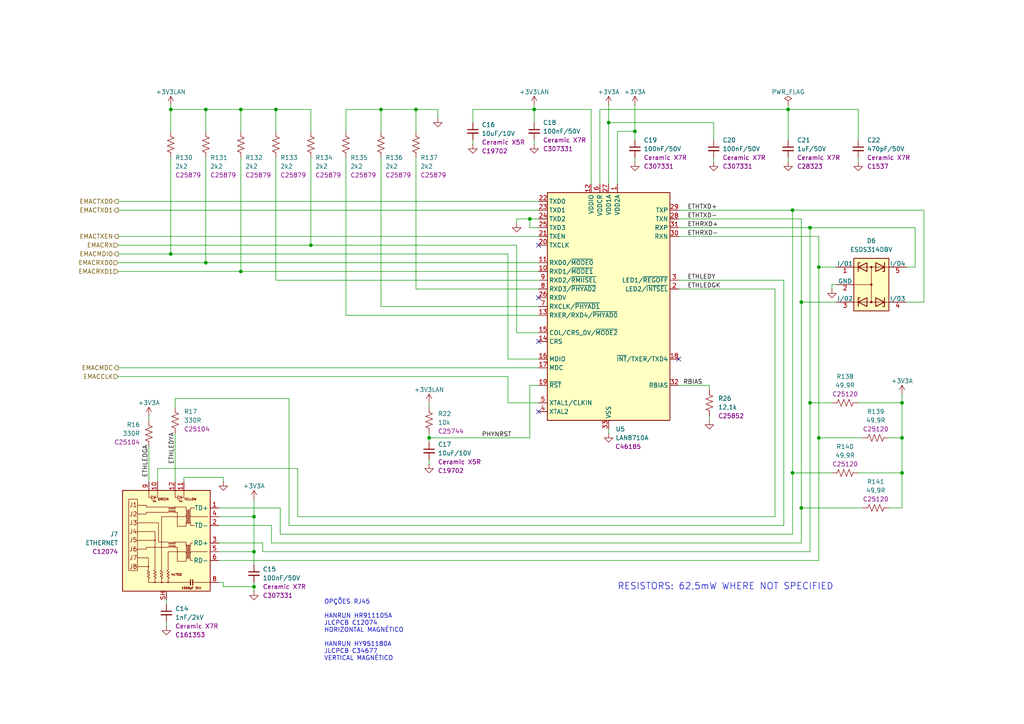
<source format=kicad_sch>
(kicad_sch (version 20250114) (generator "eeschema") (generator_version "9.0")
  (paper "A4")
  (title_block (title "ESP 24V 16xIn/16xOut/4xNTC Module") (date "2025-07-04") (rev "V4.1"))
  (lib_symbols
    (symbol "Device:C_Small" (pin_numbers (hide yes)) (pin_names (offset 0.254) (hide yes))
      (property "Reference" "C" (at 0.254 1.778 0))
      (property "Value" "C_Small" (at 0.254 -2.032 0))
      (symbol "C_Small_1_1"
        (pin passive line (at 0 2.54 270) (length 2.032) (name "~") (number "1"))
        (pin passive line (at 0 -2.54 90) (length 2.032) (name "~") (number "2"))
      )
    )
    (symbol "Device:R_US" (pin_numbers (hide yes)) (pin_names (offset 0))
      (property "Reference" "R" (at 2.54 0 90))
      (property "Value" "R_US" (at -2.54 0 90))
      (symbol "R_US_1_1"
        (pin passive line (at 0 3.81 270) (length 1.27) (name "~") (number "1"))
        (pin passive line (at 0 -3.81 90) (length 1.27) (name "~") (number "2"))
      )
    )
    (symbol "Interface_Ethernet:LAN8710A"
      (property "Reference" "U" (at -13.97 34.29 0))
      (property "Value" "LAN8710A" (at 17.78 34.29 0))
      (symbol "LAN8710A_1_1"
        (pin input line (at -20.32 30.48 0) (length 2.54) (name "TXD0") (number "22"))
        (pin input line (at -20.32 27.94 0) (length 2.54) (name "TXD1") (number "23"))
        (pin input line (at -20.32 25.4 0) (length 2.54) (name "TXD2") (number "24"))
        (pin input line (at -20.32 22.86 0) (length 2.54) (name "TXD3") (number "25"))
        (pin input line (at -20.32 20.32 0) (length 2.54) (name "TXEN") (number "21"))
        (pin output line (at -20.32 17.78 0) (length 2.54) (name "TXCLK") (number "20"))
        (pin bidirectional line (at -20.32 12.7 0) (length 2.54) (name "RXD0/~{MODE0}") (number "11"))
        (pin bidirectional line (at -20.32 10.16 0) (length 2.54) (name "RXD1/~{MODE1}") (number "10"))
        (pin bidirectional line (at -20.32 7.62 0) (length 2.54) (name "RXD2/~{RMIISEL}") (number "9"))
        (pin bidirectional line (at -20.32 5.08 0) (length 2.54) (name "RXD3/~{PHYAD2}") (number "8"))
        (pin output line (at -20.32 2.54 0) (length 2.54) (name "RXDV") (number "26"))
        (pin bidirectional line (at -20.32 0 0) (length 2.54) (name "RXCLK/~{PHYAD1}") (number "7"))
        (pin bidirectional line (at -20.32 -2.54 0) (length 2.54) (name "RXER/RXD4/~{PHYAD0}") (number "13"))
        (pin bidirectional line (at -20.32 -7.62 0) (length 2.54) (name "COL/CRS_DV/~{MODE2}") (number "15"))
        (pin output line (at -20.32 -10.16 0) (length 2.54) (name "CRS") (number "14"))
        (pin bidirectional line (at -20.32 -15.24 0) (length 2.54) (name "MDIO") (number "16"))
        (pin input line (at -20.32 -17.78 0) (length 2.54) (name "MDC") (number "17"))
        (pin input line (at -20.32 -22.86 0) (length 2.54) (name "~{RST}") (number "19"))
        (pin input line (at -20.32 -27.94 0) (length 2.54) (name "XTAL1/CLKIN") (number "5"))
        (pin output line (at -20.32 -30.48 0) (length 2.54) (name "XTAL2") (number "4"))
        (pin power_in line (at -5.08 35.56 270) (length 2.54) (name "VDDIO") (number "12"))
        (pin power_in line (at -2.54 35.56 270) (length 2.54) (name "VDDCR") (number "6"))
        (pin power_in line (at 0 35.56 270) (length 2.54) (name "VDD1A") (number "27"))
        (pin power_in line (at 0 -35.56 90) (length 2.54) (name "VSS") (number "33"))
        (pin power_in line (at 2.54 35.56 270) (length 2.54) (name "VDD2A") (number "1"))
        (pin bidirectional line (at 20.32 27.94 180) (length 2.54) (name "TXP") (number "29"))
        (pin bidirectional line (at 20.32 25.4 180) (length 2.54) (name "TXN") (number "28"))
        (pin bidirectional line (at 20.32 22.86 180) (length 2.54) (name "RXP") (number "31"))
        (pin bidirectional line (at 20.32 20.32 180) (length 2.54) (name "RXN") (number "30"))
        (pin bidirectional line (at 20.32 7.62 180) (length 2.54) (name "LED1/~{REGOFF}") (number "3"))
        (pin bidirectional line (at 20.32 5.08 180) (length 2.54) (name "LED2/~{INTSEL}") (number "2"))
        (pin bidirectional line (at 20.32 -15.24 180) (length 2.54) (name "~{INT}/TXER/TXD4") (number "18"))
        (pin passive line (at 20.32 -22.86 180) (length 2.54) (name "RBIAS") (number "32"))
      )
    )
    (symbol "Tales:+3.3VLAN" (power) (pin_names (offset 0))
      (property "Value" "+3.3VLAN" (at 0 3.556 0))
      (symbol "+3.3VLAN_1_1"
        (pin power_in line (at 0 0 90) (length 0) (hide yes) (name "+3.3VLAN") (number "1"))
      )
    )
    (symbol "Tales:ESDS314DBV" (pin_names (offset 0))
      (property "Reference" "D" (at 0 12.7 0))
      (property "Value" "ESDS314DBV" (at 0 10.16 0))
      (symbol "ESDS314DBV_0_1"
        (pin passive line (at -10.16 5.08 0) (length 5.08) (name "I/01") (number "1"))
        (pin passive line (at -10.16 0 0) (length 5.08) (name "GND") (number "2"))
        (pin passive line (at -10.16 -5.08 0) (length 5.08) (name "I/02") (number "3"))
        (pin passive line (at 10.16 5.08 180) (length 5.08) (name "I/04") (number "5"))
        (pin passive line (at 10.16 -5.08 180) (length 5.08) (name "I/03") (number "4"))
      )
    )
    (symbol "Tales:RJ45_HanRun_HR911105A"
      (property "Reference" "J" (at 12.7 13.97 0))
      (property "Value" "RJ45_HanRun_HR911105A" (at 0 -17.78 0))
      (symbol "RJ45_HanRun_HR911105A_0_0"
        (text "J1" (at -10.795 8.509 0) (effects (font (size 1.27 1.27)) (justify left)))
        (text "J2" (at -10.795 5.842 0) (effects (font (size 1.27 1.27)) (justify left)))
        (text "J3" (at -10.795 3.302 0) (effects (font (size 1.27 1.27)) (justify left)))
        (text "J4" (at -10.795 0.762 0) (effects (font (size 1.27 1.27)) (justify left)))
        (text "J5" (at -10.795 -1.651 0) (effects (font (size 1.27 1.27)) (justify left)))
        (text "J6" (at -10.795 -4.318 0) (effects (font (size 1.27 1.27)) (justify left)))
        (text "J7" (at -10.795 -6.858 0) (effects (font (size 1.27 1.27)) (justify left)))
        (text "J8" (at -10.795 -9.398 0) (effects (font (size 1.27 1.27)) (justify left)))
        (text "GREEN" (at -2.54 10.16 0) (effects (font (size 0.635 0.635)) (justify left)))
        (text "4x75Ω" (at 2.921 -11.684 0) (effects (font (size 0.635 0.635))))
        (text "YELLOW" (at 5.08 10.16 0) (effects (font (size 0.635 0.635)) (justify left)))
        (text "1000pF 2kV" (at 7.239 -15.621 0) (effects (font (size 0.635 0.635))))
      )
      (symbol "RJ45_HanRun_HR911105A_1_1"
        (pin passive line (at -5.08 15.24 270) (length 2.54) (name "~") (number "9"))
        (pin passive line (at -2.54 15.24 270) (length 2.54) (name "~") (number "10"))
        (pin passive line (at 0 -19.05 90) (length 2.54) (name "~") (number "SH"))
        (pin passive line (at 2.54 15.24 270) (length 2.54) (name "~") (number "12"))
        (pin passive line (at 5.08 15.24 270) (length 2.54) (name "~") (number "11"))
        (pin no_connect line (at 12.7 -11.43 180) (length 2.54) (hide yes) (name "NC") (number "7"))
        (pin passive line (at 15.24 7.62 180) (length 2.54) (name "TD+") (number "1"))
        (pin passive line (at 15.24 5.08 180) (length 2.54) (name "~") (number "4"))
        (pin passive line (at 15.24 2.54 180) (length 2.54) (name "TD-") (number "2"))
        (pin passive line (at 15.24 -2.54 180) (length 2.54) (name "RD+") (number "3"))
        (pin passive line (at 15.24 -5.08 180) (length 2.54) (name "~") (number "5"))
        (pin passive line (at 15.24 -7.62 180) (length 2.54) (name "RD-") (number "6"))
        (pin passive line (at 15.24 -13.97 180) (length 2.54) (name "~") (number "8"))
      )
    )
    (symbol "power:+3.3VA" (power) (pin_numbers (hide yes)) (pin_names (offset 0) (hide yes))
      (property "Value" "+3.3VA" (at 0 3.556 0))
      (symbol "+3.3VA_1_1"
        (pin power_in line (at 0 0 90) (length 0) (name "~") (number "1"))
      )
    )
    (symbol "power:GND" (power) (pin_numbers (hide yes)) (pin_names (offset 0) (hide yes))
      (property "Value" "GND" (at 0 -3.81 0))
      (symbol "GND_1_1"
        (pin power_in line (at 0 0 270) (length 0) (name "~") (number "1"))
      )
    )
    (symbol "power:PWR_FLAG" (power) (pin_numbers (hide yes)) (pin_names (offset 0) (hide yes))
      (property "Value" "PWR_FLAG" (at 0 3.81 0))
      (symbol "PWR_FLAG_0_0"
        (pin power_out line (at 0 0 90) (length 0) (name "~") (number "1"))
      )
    )
  )
  (text "OPÇÕES RJ45\n\nHANRUN HR911105A\nJLCPCB C12074\nHORIZONTAL MAGNÉTICO\n\nHANRUN HY951180A\nJLCPCB C34677\nVERTICAL MAGNÉTICO" (at 93.98 191.77 0) (effects (font (size 1.27 1.27)) (justify left bottom)))
  (text "RESISTORS: 62,5mW WHERE NOT SPECIFIED" (at 179.07 170.18 0) (effects (font (size 1.905 1.905)) (justify left)))
  (junction (at 80.01 31.75))
  (junction (at 232.41 147.32))
  (junction (at 234.95 116.84))
  (junction (at 90.17 71.12))
  (junction (at 69.85 78.74))
  (junction (at 59.69 31.75))
  (junction (at 110.49 31.75))
  (junction (at 229.87 60.96))
  (junction (at 73.66 160.02))
  (junction (at 261.62 127))
  (junction (at 69.85 31.75))
  (junction (at 237.49 127))
  (junction (at 154.94 31.75))
  (junction (at 176.53 35.56))
  (junction (at 49.53 73.66))
  (junction (at 73.66 149.86))
  (junction (at 120.65 31.75))
  (junction (at 49.53 31.75))
  (junction (at 59.69 76.2))
  (junction (at 229.87 137.16))
  (junction (at 153.67 63.5))
  (junction (at 232.41 87.63))
  (junction (at 261.62 116.84))
  (junction (at 261.62 137.16))
  (junction (at 124.46 127))
  (junction (at 237.49 77.47))
  (junction (at 184.15 38.1))
  (junction (at 228.6 31.75))
  (junction (at 234.95 66.04))
  (junction (at 73.66 170.18))
  (no_connect (at 156.21 99.06))
  (no_connect (at 156.21 86.36))
  (no_connect (at 196.85 104.14))
  (no_connect (at 156.21 71.12))
  (no_connect (at 156.21 119.38))
  (wire (pts (xy 176.53 35.56) (xy 176.53 53.34)))
  (wire (pts (xy 232.41 87.63) (xy 232.41 147.32)))
  (wire (pts (xy 110.49 31.75) (xy 110.49 38.1)))
  (wire (pts (xy 34.29 71.12) (xy 90.17 71.12)))
  (wire (pts (xy 137.16 31.75) (xy 154.94 31.75)))
  (wire (pts (xy 232.41 147.32) (xy 232.41 157.48)))
  (wire (pts (xy 64.77 138.43) (xy 64.77 139.7)))
  (wire (pts (xy 171.45 31.75) (xy 171.45 53.34)))
  (wire (pts (xy 64.77 170.18) (xy 64.77 168.91)))
  (wire (pts (xy 110.49 88.9) (xy 156.21 88.9)))
  (wire (pts (xy 241.3 82.55) (xy 242.57 82.55)))
  (wire (pts (xy 90.17 71.12) (xy 149.86 71.12)))
  (wire (pts (xy 228.6 31.75) (xy 248.92 31.75)))
  (wire (pts (xy 34.29 106.68) (xy 156.21 106.68)))
  (wire (pts (xy 49.53 30.48) (xy 49.53 31.75)))
  (wire (pts (xy 234.95 116.84) (xy 234.95 160.02)))
  (wire (pts (xy 110.49 31.75) (xy 100.33 31.75)))
  (wire (pts (xy 237.49 77.47) (xy 237.49 127)))
  (wire (pts (xy 90.17 31.75) (xy 90.17 38.1)))
  (wire (pts (xy 173.99 53.34) (xy 173.99 31.75)))
  (wire (pts (xy 257.81 147.32) (xy 261.62 147.32)))
  (wire (pts (xy 248.92 137.16) (xy 261.62 137.16)))
  (wire (pts (xy 156.21 111.76) (xy 153.67 111.76)))
  (wire (pts (xy 34.29 78.74) (xy 69.85 78.74)))
  (wire (pts (xy 156.21 96.52) (xy 149.86 96.52)))
  (wire (pts (xy 83.82 115.57) (xy 83.82 152.4)))
  (wire (pts (xy 59.69 31.75) (xy 59.69 38.1)))
  (wire (pts (xy 120.65 45.72) (xy 120.65 83.82)))
  (wire (pts (xy 81.28 154.94) (xy 229.87 154.94)))
  (wire (pts (xy 59.69 31.75) (xy 49.53 31.75)))
  (wire (pts (xy 59.69 76.2) (xy 156.21 76.2)))
  (wire (pts (xy 179.07 38.1) (xy 179.07 53.34)))
  (wire (pts (xy 153.67 63.5) (xy 149.86 63.5)))
  (wire (pts (xy 34.29 68.58) (xy 156.21 68.58)))
  (wire (pts (xy 153.67 66.04) (xy 153.67 63.5)))
  (wire (pts (xy 69.85 31.75) (xy 59.69 31.75)))
  (wire (pts (xy 43.18 120.65) (xy 43.18 121.92)))
  (wire (pts (xy 80.01 31.75) (xy 80.01 38.1)))
  (wire (pts (xy 69.85 31.75) (xy 69.85 38.1)))
  (wire (pts (xy 137.16 35.56) (xy 137.16 31.75)))
  (wire (pts (xy 34.29 76.2) (xy 59.69 76.2)))
  (wire (pts (xy 100.33 31.75) (xy 100.33 38.1)))
  (wire (pts (xy 261.62 127) (xy 261.62 137.16)))
  (wire (pts (xy 124.46 133.35) (xy 124.46 134.62)))
  (wire (pts (xy 100.33 45.72) (xy 100.33 91.44)))
  (wire (pts (xy 262.89 77.47) (xy 265.43 77.47)))
  (wire (pts (xy 53.34 138.43) (xy 53.34 139.7)))
  (wire (pts (xy 267.97 87.63) (xy 267.97 60.96)))
  (wire (pts (xy 64.77 168.91) (xy 63.5 168.91)))
  (wire (pts (xy 69.85 78.74) (xy 156.21 78.74)))
  (wire (pts (xy 147.32 104.14) (xy 156.21 104.14)))
  (wire (pts (xy 176.53 30.48) (xy 176.53 35.56)))
  (wire (pts (xy 205.74 111.76) (xy 196.85 111.76)))
  (wire (pts (xy 80.01 31.75) (xy 69.85 31.75)))
  (wire (pts (xy 196.85 68.58) (xy 237.49 68.58)))
  (wire (pts (xy 34.29 109.22) (xy 147.32 109.22)))
  (wire (pts (xy 43.18 129.54) (xy 43.18 139.7)))
  (wire (pts (xy 81.28 147.32) (xy 81.28 154.94)))
  (wire (pts (xy 80.01 81.28) (xy 156.21 81.28)))
  (wire (pts (xy 45.72 135.89) (xy 86.36 135.89)))
  (wire (pts (xy 154.94 40.64) (xy 154.94 41.91)))
  (wire (pts (xy 154.94 31.75) (xy 154.94 35.56)))
  (wire (pts (xy 124.46 116.84) (xy 124.46 118.11)))
  (wire (pts (xy 110.49 45.72) (xy 110.49 88.9)))
  (wire (pts (xy 153.67 127) (xy 124.46 127)))
  (wire (pts (xy 83.82 152.4) (xy 227.33 152.4)))
  (wire (pts (xy 120.65 31.75) (xy 110.49 31.75)))
  (wire (pts (xy 49.53 73.66) (xy 147.32 73.66)))
  (wire (pts (xy 207.01 45.72) (xy 207.01 46.99)))
  (wire (pts (xy 228.6 31.75) (xy 228.6 40.64)))
  (wire (pts (xy 237.49 127) (xy 237.49 162.56)))
  (wire (pts (xy 176.53 124.46) (xy 176.53 125.73)))
  (wire (pts (xy 50.8 139.7) (xy 50.8 125.73)))
  (wire (pts (xy 257.81 127) (xy 261.62 127)))
  (wire (pts (xy 137.16 40.64) (xy 137.16 41.91)))
  (wire (pts (xy 100.33 91.44) (xy 156.21 91.44)))
  (wire (pts (xy 228.6 30.48) (xy 228.6 31.75)))
  (wire (pts (xy 80.01 45.72) (xy 80.01 81.28)))
  (wire (pts (xy 45.72 139.7) (xy 45.72 135.89)))
  (wire (pts (xy 248.92 116.84) (xy 261.62 116.84)))
  (wire (pts (xy 237.49 68.58) (xy 237.49 77.47)))
  (wire (pts (xy 90.17 31.75) (xy 80.01 31.75)))
  (wire (pts (xy 78.74 152.4) (xy 78.74 157.48)))
  (wire (pts (xy 63.5 147.32) (xy 81.28 147.32)))
  (wire (pts (xy 154.94 31.75) (xy 171.45 31.75)))
  (wire (pts (xy 228.6 45.72) (xy 228.6 46.99)))
  (wire (pts (xy 76.2 157.48) (xy 76.2 160.02)))
  (wire (pts (xy 48.26 180.34) (xy 48.26 181.61)))
  (wire (pts (xy 261.62 116.84) (xy 261.62 127)))
  (wire (pts (xy 234.95 116.84) (xy 241.3 116.84)))
  (wire (pts (xy 265.43 77.47) (xy 265.43 66.04)))
  (wire (pts (xy 147.32 73.66) (xy 147.32 104.14)))
  (wire (pts (xy 64.77 138.43) (xy 53.34 138.43)))
  (wire (pts (xy 261.62 116.84) (xy 261.62 114.3)))
  (wire (pts (xy 248.92 31.75) (xy 248.92 40.64)))
  (wire (pts (xy 124.46 125.73) (xy 124.46 127)))
  (wire (pts (xy 49.53 31.75) (xy 49.53 38.1)))
  (wire (pts (xy 34.29 73.66) (xy 49.53 73.66)))
  (wire (pts (xy 153.67 111.76) (xy 153.67 127)))
  (wire (pts (xy 63.5 152.4) (xy 78.74 152.4)))
  (wire (pts (xy 73.66 170.18) (xy 73.66 171.45)))
  (wire (pts (xy 124.46 127) (xy 124.46 128.27)))
  (wire (pts (xy 149.86 96.52) (xy 149.86 71.12)))
  (wire (pts (xy 229.87 137.16) (xy 229.87 154.94)))
  (wire (pts (xy 232.41 147.32) (xy 250.19 147.32)))
  (wire (pts (xy 229.87 60.96) (xy 196.85 60.96)))
  (wire (pts (xy 173.99 31.75) (xy 228.6 31.75)))
  (wire (pts (xy 69.85 45.72) (xy 69.85 78.74)))
  (wire (pts (xy 86.36 135.89) (xy 86.36 149.86)))
  (wire (pts (xy 205.74 113.03) (xy 205.74 111.76)))
  (wire (pts (xy 241.3 83.82) (xy 241.3 82.55)))
  (wire (pts (xy 50.8 115.57) (xy 83.82 115.57)))
  (wire (pts (xy 63.5 162.56) (xy 237.49 162.56)))
  (wire (pts (xy 78.74 157.48) (xy 232.41 157.48)))
  (wire (pts (xy 224.79 149.86) (xy 224.79 83.82)))
  (wire (pts (xy 265.43 66.04) (xy 234.95 66.04)))
  (wire (pts (xy 120.65 31.75) (xy 120.65 38.1)))
  (wire (pts (xy 127 31.75) (xy 127 34.29)))
  (wire (pts (xy 34.29 60.96) (xy 156.21 60.96)))
  (wire (pts (xy 73.66 168.91) (xy 73.66 170.18)))
  (wire (pts (xy 156.21 63.5) (xy 153.67 63.5)))
  (wire (pts (xy 48.26 173.99) (xy 48.26 175.26)))
  (wire (pts (xy 232.41 63.5) (xy 196.85 63.5)))
  (wire (pts (xy 120.65 83.82) (xy 156.21 83.82)))
  (wire (pts (xy 184.15 38.1) (xy 184.15 40.64)))
  (wire (pts (xy 156.21 116.84) (xy 147.32 116.84)))
  (wire (pts (xy 64.77 170.18) (xy 73.66 170.18)))
  (wire (pts (xy 261.62 137.16) (xy 261.62 147.32)))
  (wire (pts (xy 149.86 63.5) (xy 149.86 64.77)))
  (wire (pts (xy 267.97 60.96) (xy 229.87 60.96)))
  (wire (pts (xy 248.92 45.72) (xy 248.92 46.99)))
  (wire (pts (xy 156.21 66.04) (xy 153.67 66.04)))
  (wire (pts (xy 196.85 81.28) (xy 227.33 81.28)))
  (wire (pts (xy 73.66 144.78) (xy 73.66 149.86)))
  (wire (pts (xy 76.2 160.02) (xy 234.95 160.02)))
  (wire (pts (xy 34.29 58.42) (xy 156.21 58.42)))
  (wire (pts (xy 154.94 30.48) (xy 154.94 31.75)))
  (wire (pts (xy 86.36 149.86) (xy 224.79 149.86)))
  (wire (pts (xy 207.01 35.56) (xy 207.01 40.64)))
  (wire (pts (xy 176.53 35.56) (xy 207.01 35.56)))
  (wire (pts (xy 227.33 152.4) (xy 227.33 81.28)))
  (wire (pts (xy 237.49 127) (xy 250.19 127)))
  (wire (pts (xy 49.53 45.72) (xy 49.53 73.66)))
  (wire (pts (xy 120.65 31.75) (xy 127 31.75)))
  (wire (pts (xy 229.87 137.16) (xy 241.3 137.16)))
  (wire (pts (xy 237.49 77.47) (xy 242.57 77.47)))
  (wire (pts (xy 184.15 45.72) (xy 184.15 46.99)))
  (wire (pts (xy 232.41 87.63) (xy 242.57 87.63)))
  (wire (pts (xy 179.07 38.1) (xy 184.15 38.1)))
  (wire (pts (xy 229.87 60.96) (xy 229.87 137.16)))
  (wire (pts (xy 232.41 63.5) (xy 232.41 87.63)))
  (wire (pts (xy 73.66 160.02) (xy 73.66 149.86)))
  (wire (pts (xy 63.5 160.02) (xy 73.66 160.02)))
  (wire (pts (xy 59.69 45.72) (xy 59.69 76.2)))
  (wire (pts (xy 63.5 157.48) (xy 76.2 157.48)))
  (wire (pts (xy 90.17 45.72) (xy 90.17 71.12)))
  (wire (pts (xy 184.15 30.48) (xy 184.15 38.1)))
  (wire (pts (xy 196.85 83.82) (xy 224.79 83.82)))
  (wire (pts (xy 147.32 116.84) (xy 147.32 109.22)))
  (wire (pts (xy 205.74 120.65) (xy 205.74 121.92)))
  (wire (pts (xy 196.85 66.04) (xy 234.95 66.04)))
  (wire (pts (xy 50.8 118.11) (xy 50.8 115.57)))
  (wire (pts (xy 234.95 66.04) (xy 234.95 116.84)))
  (wire (pts (xy 73.66 160.02) (xy 73.66 163.83)))
  (wire (pts (xy 262.89 87.63) (xy 267.97 87.63)))
  (wire (pts (xy 73.66 149.86) (xy 63.5 149.86)))
  (label "ETHLEDY" (at 199.39 81.28 0))
  (label "PHYNRST" (at 139.7 127 0))
  (label "ETHLEDYA" (at 50.8 134.62 90))
  (label "ETHTXD+" (at 199.39 60.96 0))
  (label "ETHLEDGA" (at 43.18 138.43 90))
  (label "RBIAS" (at 198.12 111.76 0))
  (label "ETHRXD-" (at 199.39 68.58 0))
  (label "ETHRXD+" (at 199.39 66.04 0))
  (label "ETHLEDGK" (at 199.39 83.82 0))
  (label "ETHTXD-" (at 199.39 63.5 0))
  (hierarchical_label "EMACMDIO" (shape output) (at 34.29 73.66 180))
  (hierarchical_label "EMACTXEN" (shape output) (at 34.29 68.58 180))
  (hierarchical_label "EMACCLK" (shape input) (at 34.29 109.22 180))
  (hierarchical_label "EMACRXD1" (shape input) (at 34.29 78.74 180))
  (hierarchical_label "EMACMDC" (shape output) (at 34.29 106.68 180))
  (hierarchical_label "EMACRXD0" (shape input) (at 34.29 76.2 180))
  (hierarchical_label "EMACRX" (shape input) (at 34.29 71.12 180))
  (hierarchical_label "EMACTXD0" (shape output) (at 34.29 58.42 180))
  (hierarchical_label "EMACTXD1" (shape output) (at 34.29 60.96 180))
  (symbol (lib_id "Device:C_Small") (at 207.01 43.18 0) (unit 1)
    (property "Reference" "C20" (at 209.55 40.64 0) (effects (justify left)))
    (property "Value" "100nF/50V" (at 209.55 43.18 0) (effects (justify left)))
    (property "Footprint" "Tales:C_0402_1005Metric" (effects (hide yes)))
    (property "Description" "Unpolarized capacitor, small symbol" (effects (hide yes)))
    (property "Case" "0402/1005" (effects (hide yes)))
    (property "JLCPCB BOM" "1" (effects (hide yes)))
    (property "LCSC Part #" "C307331" (at 209.55 48.2538 0) (effects (justify left)))
    (property "Mfr" "Samsung" (effects (hide yes)))
    (property "Mfr PN" "CL05B104KB54PNC" (effects (hide yes)))
    (property "Technology" "Ceramic X7R" (at 209.55 45.7138 0) (effects (justify left)))
    (property "Vendor" "JLCPCB" (effects (hide yes)))
    (property "Vendor PN" "C307331" (effects (hide yes)))
  )
  (symbol (lib_id "power:GND") (at 184.15 46.99 0) (unit 1)
    (property "Reference" "#PWR057" (effects (hide yes)))
    (property "Value" "GND" (effects (hide yes)))
    (property "Description" "Power symbol creates a global label with name \"GND\" , ground" (effects (hide yes)))
  )
  (symbol (lib_id "Device:R_US") (at 245.11 116.84 90) (unit 1)
    (property "Reference" "R138" (at 245.11 109.22 90))
    (property "Value" "49,9R" (at 245.11 111.76 90))
    (property "Footprint" "Tales:R_0402_1005Metric" (effects (hide yes)))
    (property "Description" "Resistor, US symbol" (effects (hide yes)))
    (property "Case" "0402/1005" (effects (hide yes)))
    (property "JLCPCB BOM" "1" (effects (hide yes)))
    (property "LCSC Part #" "C25120" (at 245.11 114.3 90))
    (property "Mfr" "Uniroyal" (effects (hide yes)))
    (property "Mfr PN" "0402WGF499JTCE" (effects (hide yes)))
    (property "Technology" "1%" (effects (hide yes)))
    (property "Vendor" "JLCPCB" (effects (hide yes)))
    (property "Vendor PN" "C25120" (effects (hide yes)))
  )
  (symbol (lib_id "power:GND") (at 228.6 46.99 0) (unit 1)
    (property "Reference" "#PWR060" (effects (hide yes)))
    (property "Value" "GND" (effects (hide yes)))
    (property "Description" "Power symbol creates a global label with name \"GND\" , ground" (effects (hide yes)))
  )
  (symbol (lib_id "Device:R_US") (at 50.8 121.92 0) (unit 1)
    (property "Reference" "R17" (at 53.34 119.38 0) (effects (justify left)))
    (property "Value" "330R" (at 53.34 121.92 0) (effects (justify left)))
    (property "Footprint" "Tales:R_0402_1005Metric" (effects (hide yes)))
    (property "Description" "Resistor, US symbol" (effects (hide yes)))
    (property "Case" "0402/1005" (effects (hide yes)))
    (property "Mfr" "Uniroyal" (effects (hide yes)))
    (property "Vendor" "JLCPCB" (effects (hide yes)))
    (property "Mfr PN" "0402WGF3300TCE" (effects (hide yes)))
    (property "Technology" "1%" (effects (hide yes)))
    (property "Vendor PN" "C25104" (effects (hide yes)))
    (property "LCSC Part #" "C25104" (at 53.34 124.46 0) (effects (justify left)))
    (property "JLCPCB BOM" "1" (effects (hide yes)))
  )
  (symbol (lib_id "Device:C_Small") (at 137.16 38.1 0) (unit 1)
    (property "Reference" "C16" (at 139.7 36.195 0) (effects (justify left)))
    (property "Value" "10uF/10V" (at 139.7 38.735 0) (effects (justify left)))
    (property "Footprint" "Tales:C_0603_1608Metric" (effects (hide yes)))
    (property "Description" "Unpolarized capacitor, small symbol" (effects (hide yes)))
    (property "Mfr" "Samsung" (effects (hide yes)))
    (property "Mfr PN" "CL10A106KP8NNNC" (effects (hide yes)))
    (property "JLCPCB BOM" "1" (effects (hide yes)))
    (property "LCSC Part #" "C19702" (at 139.7 43.815 0) (effects (justify left)))
    (property "Technology" "Ceramic X5R" (at 139.7 41.275 0) (effects (justify left)))
    (property "Vendor" "JLCPCB" (effects (hide yes)))
    (property "Vendor PN" "C19702" (effects (hide yes)))
    (property "Case" "0603/1608" (effects (hide yes)))
  )
  (symbol (lib_id "Device:R_US") (at 90.17 41.91 0) (unit 1)
    (property "Reference" "R134" (at 91.44 45.72 0) (effects (justify left)))
    (property "Value" "2k2" (at 91.44 48.26 0) (effects (justify left)))
    (property "Footprint" "Tales:R_0402_1005Metric" (effects (hide yes)))
    (property "Description" "Resistor, US symbol" (effects (hide yes)))
    (property "Case" "0402/1005" (effects (hide yes)))
    (property "Mfr" "Uniroyal" (effects (hide yes)))
    (property "Vendor" "JLCPCB" (effects (hide yes)))
    (property "Mfr PN" "0402WGF2201TCE" (effects (hide yes)))
    (property "Technology" "1%" (effects (hide yes)))
    (property "Vendor PN" "C25879" (effects (hide yes)))
    (property "LCSC Part #" "C25879" (at 91.44 50.8 0) (effects (justify left)))
    (property "JLCPCB BOM" "1" (effects (hide yes)))
  )
  (symbol (lib_id "Device:R_US") (at 80.01 41.91 0) (unit 1)
    (property "Reference" "R133" (at 81.28 45.72 0) (effects (justify left)))
    (property "Value" "2k2" (at 81.28 48.26 0) (effects (justify left)))
    (property "Footprint" "Tales:R_0402_1005Metric" (effects (hide yes)))
    (property "Description" "Resistor, US symbol" (effects (hide yes)))
    (property "Case" "0402/1005" (effects (hide yes)))
    (property "Mfr" "Uniroyal" (effects (hide yes)))
    (property "Vendor" "JLCPCB" (effects (hide yes)))
    (property "Mfr PN" "0402WGF2201TCE" (effects (hide yes)))
    (property "Technology" "1%" (effects (hide yes)))
    (property "Vendor PN" "C25879" (effects (hide yes)))
    (property "LCSC Part #" "C25879" (at 81.28 50.8 0) (effects (justify left)))
    (property "JLCPCB BOM" "1" (effects (hide yes)))
  )
  (symbol (lib_id "Device:R_US") (at 254 127 90) (unit 1)
    (property "Reference" "R139" (at 254 119.38 90))
    (property "Value" "49,9R" (at 254 121.92 90))
    (property "Footprint" "Tales:R_0402_1005Metric" (effects (hide yes)))
    (property "Description" "Resistor, US symbol" (effects (hide yes)))
    (property "Case" "0402/1005" (effects (hide yes)))
    (property "JLCPCB BOM" "1" (effects (hide yes)))
    (property "LCSC Part #" "C25120" (at 254 124.46 90))
    (property "Mfr" "Uniroyal" (effects (hide yes)))
    (property "Mfr PN" "0402WGF499JTCE" (effects (hide yes)))
    (property "Technology" "1%" (effects (hide yes)))
    (property "Vendor" "JLCPCB" (effects (hide yes)))
    (property "Vendor PN" "C25120" (effects (hide yes)))
  )
  (symbol (lib_id "Device:C_Small") (at 73.66 166.37 0) (unit 1)
    (property "Reference" "C15" (at 76.2 165.1062 0) (effects (justify left)))
    (property "Value" "100nF/50V" (at 76.2 167.6462 0) (effects (justify left)))
    (property "Footprint" "Tales:C_0402_1005Metric" (effects (hide yes)))
    (property "Description" "Unpolarized capacitor, small symbol" (effects (hide yes)))
    (property "Case" "0402/1005" (effects (hide yes)))
    (property "JLCPCB BOM" "1" (effects (hide yes)))
    (property "LCSC Part #" "C307331" (at 76.2 172.72 0) (effects (justify left)))
    (property "Mfr" "Samsung" (effects (hide yes)))
    (property "Mfr PN" "CL05B104KB54PNC" (effects (hide yes)))
    (property "Technology" "Ceramic X7R" (at 76.2 170.18 0) (effects (justify left)))
    (property "Vendor" "JLCPCB" (effects (hide yes)))
    (property "Vendor PN" "C307331" (effects (hide yes)))
  )
  (symbol (lib_id "power:GND") (at 124.46 134.62 0) (unit 1)
    (property "Reference" "#PWR050" (effects (hide yes)))
    (property "Value" "GND" (effects (hide yes)))
    (property "Description" "Power symbol creates a global label with name \"GND\" , ground" (effects (hide yes)))
  )
  (symbol (lib_id "Device:R_US") (at 254 147.32 90) (unit 1)
    (property "Reference" "R141" (at 254 139.7 90))
    (property "Value" "49,9R" (at 254 142.24 90))
    (property "Footprint" "Tales:R_0402_1005Metric" (effects (hide yes)))
    (property "Description" "Resistor, US symbol" (effects (hide yes)))
    (property "Case" "0402/1005" (effects (hide yes)))
    (property "JLCPCB BOM" "1" (effects (hide yes)))
    (property "LCSC Part #" "C25120" (at 254 144.78 90))
    (property "Mfr" "Uniroyal" (effects (hide yes)))
    (property "Mfr PN" "0402WGF499JTCE" (effects (hide yes)))
    (property "Technology" "1%" (effects (hide yes)))
    (property "Vendor" "JLCPCB" (effects (hide yes)))
    (property "Vendor PN" "C25120" (effects (hide yes)))
  )
  (symbol (lib_id "Device:C_Small") (at 48.26 177.8 0) (unit 1)
    (property "Reference" "C14" (at 50.8 176.5362 0) (effects (justify left)))
    (property "Value" "1nF/2kV" (at 50.8 179.0762 0) (effects (justify left)))
    (property "Footprint" "Tales:C_1206_3216Metric" (effects (hide yes)))
    (property "Description" "Unpolarized capacitor, small symbol" (effects (hide yes)))
    (property "Case" "1206/3216" (effects (hide yes)))
    (property "JLCPCB BOM" "1" (effects (hide yes)))
    (property "LCSC Part #" "C161353" (at 50.8 184.15 0) (effects (justify left)))
    (property "Mfr" "Murata Electronics" (effects (hide yes)))
    (property "Mfr PN" "GR431BR7LA102KW66L" (effects (hide yes)))
    (property "Technology" "Ceramic X7R" (at 50.8 181.61 0) (effects (justify left)))
    (property "Vendor" "JLCPCB" (effects (hide yes)))
    (property "Vendor PN" "C161353" (effects (hide yes)))
  )
  (symbol (lib_id "Device:R_US") (at 43.18 125.73 0) (unit 1)
    (property "Reference" "R16" (at 40.64 123.19 0) (effects (justify right)))
    (property "Value" "330R" (at 40.64 125.73 0) (effects (justify right)))
    (property "Footprint" "Tales:R_0402_1005Metric" (effects (hide yes)))
    (property "Description" "Resistor, US symbol" (effects (hide yes)))
    (property "Case" "0402/1005" (effects (hide yes)))
    (property "Mfr" "Uniroyal" (effects (hide yes)))
    (property "Vendor" "JLCPCB" (effects (hide yes)))
    (property "Mfr PN" "0402WGF3300TCE" (effects (hide yes)))
    (property "Technology" "1%" (effects (hide yes)))
    (property "Vendor PN" "C25104" (effects (hide yes)))
    (property "LCSC Part #" "C25104" (at 40.64 128.27 0) (effects (justify right)))
    (property "JLCPCB BOM" "1" (effects (hide yes)))
  )
  (symbol (lib_id "Device:R_US") (at 120.65 41.91 0) (unit 1)
    (property "Reference" "R137" (at 121.92 45.72 0) (effects (justify left)))
    (property "Value" "2k2" (at 121.92 48.26 0) (effects (justify left)))
    (property "Footprint" "Tales:R_0402_1005Metric" (effects (hide yes)))
    (property "Description" "Resistor, US symbol" (effects (hide yes)))
    (property "Case" "0402/1005" (effects (hide yes)))
    (property "Mfr" "Uniroyal" (effects (hide yes)))
    (property "Vendor" "JLCPCB" (effects (hide yes)))
    (property "Mfr PN" "0402WGF2201TCE" (effects (hide yes)))
    (property "Technology" "1%" (effects (hide yes)))
    (property "Vendor PN" "C25879" (effects (hide yes)))
    (property "LCSC Part #" "C25879" (at 121.92 50.8 0) (effects (justify left)))
    (property "JLCPCB BOM" "1" (effects (hide yes)))
  )
  (symbol (lib_id "power:GND") (at 207.01 46.99 0) (unit 1)
    (property "Reference" "#PWR059" (effects (hide yes)))
    (property "Value" "GND" (effects (hide yes)))
    (property "Description" "Power symbol creates a global label with name \"GND\" , ground" (effects (hide yes)))
  )
  (symbol (lib_id "power:GND") (at 127 34.29 0) (unit 1)
    (property "Reference" "#PWR044" (effects (hide yes)))
    (property "Value" "GND" (effects (hide yes)))
    (property "Description" "Power symbol creates a global label with name \"GND\" , ground" (effects (hide yes)))
  )
  (symbol (lib_id "Device:R_US") (at 69.85 41.91 0) (unit 1)
    (property "Reference" "R132" (at 71.12 45.72 0) (effects (justify left)))
    (property "Value" "2k2" (at 71.12 48.26 0) (effects (justify left)))
    (property "Footprint" "Tales:R_0402_1005Metric" (effects (hide yes)))
    (property "Description" "Resistor, US symbol" (effects (hide yes)))
    (property "Case" "0402/1005" (effects (hide yes)))
    (property "Mfr" "Uniroyal" (effects (hide yes)))
    (property "Vendor" "JLCPCB" (effects (hide yes)))
    (property "Mfr PN" "0402WGF2201TCE" (effects (hide yes)))
    (property "Technology" "1%" (effects (hide yes)))
    (property "Vendor PN" "C25879" (effects (hide yes)))
    (property "LCSC Part #" "C25879" (at 71.12 50.8 0) (effects (justify left)))
    (property "JLCPCB BOM" "1" (effects (hide yes)))
  )
  (symbol (lib_id "power:+3.3VA") (at 73.66 144.78 0) (unit 1)
    (property "Reference" "#PWR041" (effects (hide yes)))
    (property "Value" "+3V3A" (at 73.66 140.97 0))
    (property "Description" "Power symbol creates a global label with name \"+3.3VA\"" (effects (hide yes)))
  )
  (symbol (lib_id "power:GND") (at 154.94 41.91 0) (unit 1)
    (property "Reference" "#PWR054" (effects (hide yes)))
    (property "Value" "GND" (effects (hide yes)))
    (property "Description" "Power symbol creates a global label with name \"GND\" , ground" (effects (hide yes)))
  )
  (symbol (lib_id "power:GND") (at 241.3 83.82 0) (unit 1)
    (property "Reference" "#PWR061" (effects (hide yes)))
    (property "Value" "GND" (effects (hide yes)))
    (property "Description" "Power symbol creates a global label with name \"GND\" , ground" (effects (hide yes)))
  )
  (symbol (lib_id "Tales:RJ45_HanRun_HR911105A") (at 48.26 154.94 0) (unit 1)
    (property "Reference" "J7" (at 34.29 154.94 0) (effects (justify right)))
    (property "Value" "ETHERNET" (at 34.29 157.48 0) (effects (justify right)))
    (property "Footprint" "Tales:RJ45_HanRun_HR911105A" (effects (hide yes)))
    (property "Description" "LAN Transformer Jack, RJ45, 10/100 BaseTX" (effects (hide yes)))
    (property "JLCPCB BOM" "1" (effects (hide yes)))
    (property "LCSC Part #" "C12074" (at 34.29 160.02 0) (effects (justify right)))
    (property "Mfr" "HanRun" (effects (hide yes)))
    (property "Mfr PN" "HR911105A" (effects (hide yes)))
    (property "Vendor" "JLCPCB" (effects (hide yes)))
    (property "Vendor PN" "C12074" (effects (hide yes)))
  )
  (symbol (lib_id "power:GND") (at 73.66 171.45 0) (unit 1)
    (property "Reference" "#PWR042" (effects (hide yes)))
    (property "Value" "GND" (effects (hide yes)))
    (property "Description" "Power symbol creates a global label with name \"GND\" , ground" (effects (hide yes)))
  )
  (symbol (lib_id "Device:R_US") (at 110.49 41.91 0) (unit 1)
    (property "Reference" "R136" (at 111.76 45.72 0) (effects (justify left)))
    (property "Value" "2k2" (at 111.76 48.26 0) (effects (justify left)))
    (property "Footprint" "Tales:R_0402_1005Metric" (effects (hide yes)))
    (property "Description" "Resistor, US symbol" (effects (hide yes)))
    (property "Case" "0402/1005" (effects (hide yes)))
    (property "Mfr" "Uniroyal" (effects (hide yes)))
    (property "Vendor" "JLCPCB" (effects (hide yes)))
    (property "Mfr PN" "0402WGF2201TCE" (effects (hide yes)))
    (property "Technology" "1%" (effects (hide yes)))
    (property "Vendor PN" "C25879" (effects (hide yes)))
    (property "LCSC Part #" "C25879" (at 111.76 50.8 0) (effects (justify left)))
    (property "JLCPCB BOM" "1" (effects (hide yes)))
  )
  (symbol (lib_id "power:PWR_FLAG") (at 228.6 30.48 0) (unit 1)
    (property "Reference" "#FLG06" (effects (hide yes)))
    (property "Value" "PWR_FLAG" (at 228.6 26.67 0))
    (property "Description" "Special symbol for telling ERC where power comes from" (effects (hide yes)))
  )
  (symbol (lib_id "power:GND") (at 248.92 46.99 0) (unit 1)
    (property "Reference" "#PWR062" (effects (hide yes)))
    (property "Value" "GND" (effects (hide yes)))
    (property "Description" "Power symbol creates a global label with name \"GND\" , ground" (effects (hide yes)))
  )
  (symbol (lib_id "Device:C_Small") (at 228.6 43.18 0) (unit 1)
    (property "Reference" "C21" (at 231.14 40.6462 0) (effects (justify left)))
    (property "Value" "1uF/50V" (at 231.14 43.1862 0) (effects (justify left)))
    (property "Footprint" "Tales:C_0805_2012Metric" (effects (hide yes)))
    (property "Description" "Unpolarized capacitor, small symbol" (effects (hide yes)))
    (property "Case" "0805/2012" (effects (hide yes)))
    (property "JLCPCB BOM" "1" (effects (hide yes)))
    (property "LCSC Part #" "C28323" (at 231.14 48.26 0) (effects (justify left)))
    (property "Mfr" "Samsung" (effects (hide yes)))
    (property "Mfr PN" "CL21B105KBFNNNE" (effects (hide yes)))
    (property "Technology" "Ceramic X7R" (at 231.14 45.72 0) (effects (justify left)))
    (property "Vendor" "JLCPCB" (effects (hide yes)))
    (property "Vendor PN" "C28323" (effects (hide yes)))
  )
  (symbol (lib_id "Tales:+3.3VLAN") (at 124.46 116.84 0) (unit 1)
    (property "Reference" "#PWR049" (effects (hide yes)))
    (property "Value" "+3V3LAN" (at 124.46 113.03 0))
    (property "Description" "Power symbol creates a global label with name \"+3.3VLAN\"" (effects (hide yes)))
  )
  (symbol (lib_id "Device:C_Small") (at 154.94 38.1 0) (unit 1)
    (property "Reference" "C18" (at 157.48 35.56 0) (effects (justify left)))
    (property "Value" "100nF/50V" (at 157.48 38.1 0) (effects (justify left)))
    (property "Footprint" "Tales:C_0402_1005Metric" (effects (hide yes)))
    (property "Description" "Unpolarized capacitor, small symbol" (effects (hide yes)))
    (property "Case" "0402/1005" (effects (hide yes)))
    (property "JLCPCB BOM" "1" (effects (hide yes)))
    (property "LCSC Part #" "C307331" (at 157.48 43.1738 0) (effects (justify left)))
    (property "Mfr" "Samsung" (effects (hide yes)))
    (property "Mfr PN" "CL05B104KB54PNC" (effects (hide yes)))
    (property "Technology" "Ceramic X7R" (at 157.48 40.6338 0) (effects (justify left)))
    (property "Vendor" "JLCPCB" (effects (hide yes)))
    (property "Vendor PN" "C307331" (effects (hide yes)))
  )
  (symbol (lib_id "power:GND") (at 64.77 139.7 0) (unit 1)
    (property "Reference" "#PWR040" (effects (hide yes)))
    (property "Value" "GND" (effects (hide yes)))
    (property "Description" "Power symbol creates a global label with name \"GND\" , ground" (effects (hide yes)))
  )
  (symbol (lib_id "Device:R_US") (at 59.69 41.91 0) (unit 1)
    (property "Reference" "R131" (at 60.96 45.72 0) (effects (justify left)))
    (property "Value" "2k2" (at 60.96 48.26 0) (effects (justify left)))
    (property "Footprint" "Tales:R_0402_1005Metric" (effects (hide yes)))
    (property "Description" "Resistor, US symbol" (effects (hide yes)))
    (property "Case" "0402/1005" (effects (hide yes)))
    (property "Mfr" "Uniroyal" (effects (hide yes)))
    (property "Vendor" "JLCPCB" (effects (hide yes)))
    (property "Mfr PN" "0402WGF2201TCE" (effects (hide yes)))
    (property "Technology" "1%" (effects (hide yes)))
    (property "Vendor PN" "C25879" (effects (hide yes)))
    (property "LCSC Part #" "C25879" (at 60.96 50.8 0) (effects (justify left)))
    (property "JLCPCB BOM" "1" (effects (hide yes)))
  )
  (symbol (lib_id "Device:R_US") (at 124.46 121.92 180) (unit 1)
    (property "Reference" "R22" (at 127 120.015 0) (effects (justify right)))
    (property "Value" "10k" (at 127 122.555 0) (effects (justify right)))
    (property "Footprint" "Tales:R_0402_1005Metric" (effects (hide yes)))
    (property "Description" "Resistor, US symbol" (effects (hide yes)))
    (property "Mfr" "Uniroyal" (effects (hide yes)))
    (property "Vendor" "JLCPCB" (effects (hide yes)))
    (property "Mfr PN" "0402WGF1002TCE" (effects (hide yes)))
    (property "Technology" "1%" (effects (hide yes)))
    (property "Vendor PN" "C25744" (effects (hide yes)))
    (property "LCSC Part #" "C25744" (at 127 125.095 0) (effects (justify right)))
    (property "JLCPCB BOM" "1" (effects (hide yes)))
    (property "Package" "0402/1005" (effects (hide yes)))
    (property "Case" "0402/1005" (effects (hide yes)))
  )
  (symbol (lib_id "Device:R_US") (at 100.33 41.91 0) (unit 1)
    (property "Reference" "R135" (at 101.6 45.72 0) (effects (justify left)))
    (property "Value" "2k2" (at 101.6 48.26 0) (effects (justify left)))
    (property "Footprint" "Tales:R_0402_1005Metric" (effects (hide yes)))
    (property "Description" "Resistor, US symbol" (effects (hide yes)))
    (property "Case" "0402/1005" (effects (hide yes)))
    (property "Mfr" "Uniroyal" (effects (hide yes)))
    (property "Vendor" "JLCPCB" (effects (hide yes)))
    (property "Mfr PN" "0402WGF2201TCE" (effects (hide yes)))
    (property "Technology" "1%" (effects (hide yes)))
    (property "Vendor PN" "C25879" (effects (hide yes)))
    (property "LCSC Part #" "C25879" (at 101.6 50.8 0) (effects (justify left)))
    (property "JLCPCB BOM" "1" (effects (hide yes)))
  )
  (symbol (lib_id "power:GND") (at 149.86 64.77 0) (unit 1)
    (property "Reference" "#PWR052" (effects (hide yes)))
    (property "Value" "GND" (effects (hide yes)))
    (property "Description" "Power symbol creates a global label with name \"GND\" , ground" (effects (hide yes)))
  )
  (symbol (lib_id "Device:C_Small") (at 124.46 130.81 0) (unit 1)
    (property "Reference" "C17" (at 127 128.905 0) (effects (justify left)))
    (property "Value" "10uF/10V" (at 127 131.445 0) (effects (justify left)))
    (property "Footprint" "Tales:C_0603_1608Metric" (effects (hide yes)))
    (property "Description" "Unpolarized capacitor, small symbol" (effects (hide yes)))
    (property "Mfr" "Samsung" (effects (hide yes)))
    (property "Mfr PN" "CL10A106KP8NNNC" (effects (hide yes)))
    (property "JLCPCB BOM" "1" (effects (hide yes)))
    (property "LCSC Part #" "C19702" (at 127 136.525 0) (effects (justify left)))
    (property "Technology" "Ceramic X5R" (at 127 133.985 0) (effects (justify left)))
    (property "Vendor" "JLCPCB" (effects (hide yes)))
    (property "Vendor PN" "C19702" (effects (hide yes)))
    (property "Case" "0603/1608" (effects (hide yes)))
  )
  (symbol (lib_id "power:+3.3VA") (at 176.53 30.48 0) (unit 1)
    (property "Reference" "#PWR055" (effects (hide yes)))
    (property "Value" "+3V3A" (at 176.53 26.67 0))
    (property "Description" "Power symbol creates a global label with name \"+3.3VA\"" (effects (hide yes)))
  )
  (symbol (lib_id "Device:C_Small") (at 248.92 43.18 0) (unit 1)
    (property "Reference" "C22" (at 251.46 40.64 0) (effects (justify left)))
    (property "Value" "470pF/50V" (at 251.46 43.18 0) (effects (justify left)))
    (property "Footprint" "Tales:C_0402_1005Metric" (effects (hide yes)))
    (property "Description" "Unpolarized capacitor, small symbol" (effects (hide yes)))
    (property "Case" "0402/1005" (effects (hide yes)))
    (property "JLCPCB BOM" "1" (effects (hide yes)))
    (property "LCSC Part #" "C1537" (at 251.46 48.26 0) (effects (justify left)))
    (property "Mfr" "FH" (effects (hide yes)))
    (property "Mfr PN" "0402B471K500NT" (effects (hide yes)))
    (property "Technology" "Ceramic X7R" (at 251.46 45.72 0) (effects (justify left)))
    (property "Vendor" "JLCPCB" (effects (hide yes)))
    (property "Vendor PN" "C1537" (effects (hide yes)))
  )
  (symbol (lib_id "power:GND") (at 205.74 121.92 0) (unit 1)
    (property "Reference" "#PWR058" (effects (hide yes)))
    (property "Value" "GND" (effects (hide yes)))
    (property "Description" "Power symbol creates a global label with name \"GND\" , ground" (effects (hide yes)))
  )
  (symbol (lib_id "Tales:ESDS314DBV") (at 252.73 82.55 0) (unit 1)
    (property "Reference" "D6" (at 252.73 69.85 0))
    (property "Value" "ESDS314DBV" (at 252.73 72.39 0))
    (property "Footprint" "Tales:SOT-23-5" (effects (hide yes)))
    (property "Description" "Data-line surge and ESD protection diode array" (effects (hide yes)))
    (property "Vendor" "JLCPCB" (effects (hide yes)))
    (property "Case" "SOT-23-5" (effects (hide yes)))
    (property "JLCPCB BOM" "1" (effects (hide yes)))
    (property "LCSC Part #" "C1847859" (effects (hide yes)))
    (property "Mfr" "Texas Instruments" (effects (hide yes)))
    (property "Mfr PN" "ESDS314DBVR" (effects (hide yes)))
    (property "Vendor PN" "C1847859" (effects (hide yes)))
  )
  (symbol (lib_id "power:+3.3VA") (at 43.18 120.65 0) (unit 1)
    (property "Reference" "#PWR037" (effects (hide yes)))
    (property "Value" "+3V3A" (at 43.18 116.84 0))
    (property "Description" "Power symbol creates a global label with name \"+3.3VA\"" (effects (hide yes)))
  )
  (symbol (lib_id "power:+3.3VA") (at 261.62 114.3 0) (unit 1)
    (property "Reference" "#PWR063" (effects (hide yes)))
    (property "Value" "+3V3A" (at 261.62 110.49 0))
    (property "Description" "Power symbol creates a global label with name \"+3.3VA\"" (effects (hide yes)))
  )
  (symbol (lib_id "power:GND") (at 48.26 181.61 0) (unit 1)
    (property "Reference" "#PWR038" (effects (hide yes)))
    (property "Value" "GND" (effects (hide yes)))
    (property "Description" "Power symbol creates a global label with name \"GND\" , ground" (effects (hide yes)))
  )
  (symbol (lib_id "Interface_Ethernet:LAN8710A") (at 176.53 88.9 0) (unit 1)
    (property "Reference" "U5" (at 178.5494 124.46 0) (effects (justify left)))
    (property "Value" "LAN8710A" (at 178.5494 127 0) (effects (justify left)))
    (property "Footprint" "Tales:QFN-32-1EP_5x5mm_P0.5mm_EP3.3x3.3mm_ThermalVias" (effects (hide yes)))
    (property "Datasheet" "http://ww1.microchip.com/downloads/en/DeviceDoc/8710a.pdf" (effects (hide yes)))
    (property "Description" "LAN8710 Ethernet PHY with MII/RMII interface, QFN-32" (effects (hide yes)))
    (property "Case" "QFN-32" (effects (hide yes)))
    (property "JLCPCB BOM" "1" (effects (hide yes)))
    (property "LCSC Part #" "C46185" (at 178.435 129.54 0) (effects (justify left)))
    (property "Mfr" "Microchip" (effects (hide yes)))
    (property "Mfr PN" "LAN8710A-EZC-TR" (effects (hide yes)))
    (property "Vendor" "JLCPCB" (effects (hide yes)))
    (property "Vendor PN" "C46185" (effects (hide yes)))
  )
  (symbol (lib_id "Device:R_US") (at 49.53 41.91 0) (unit 1)
    (property "Reference" "R130" (at 50.8 45.72 0) (effects (justify left)))
    (property "Value" "2k2" (at 50.8 48.26 0) (effects (justify left)))
    (property "Footprint" "Tales:R_0402_1005Metric" (effects (hide yes)))
    (property "Description" "Resistor, US symbol" (effects (hide yes)))
    (property "Case" "0402/1005" (effects (hide yes)))
    (property "Mfr" "Uniroyal" (effects (hide yes)))
    (property "Vendor" "JLCPCB" (effects (hide yes)))
    (property "Mfr PN" "0402WGF2201TCE" (effects (hide yes)))
    (property "Technology" "1%" (effects (hide yes)))
    (property "Vendor PN" "C25879" (effects (hide yes)))
    (property "LCSC Part #" "C25879" (at 50.8 50.8 0) (effects (justify left)))
    (property "JLCPCB BOM" "1" (effects (hide yes)))
  )
  (symbol (lib_id "power:GND") (at 137.16 41.91 0) (unit 1)
    (property "Reference" "#PWR048" (effects (hide yes)))
    (property "Value" "GND" (effects (hide yes)))
    (property "Description" "Power symbol creates a global label with name \"GND\" , ground" (effects (hide yes)))
  )
  (symbol (lib_id "Tales:+3.3VLAN") (at 154.94 30.48 0) (unit 1)
    (property "Reference" "#PWR053" (effects (hide yes)))
    (property "Value" "+3V3LAN" (at 154.94 26.67 0))
    (property "Description" "Power symbol creates a global label with name \"+3.3VLAN\"" (effects (hide yes)))
  )
  (symbol (lib_id "Device:C_Small") (at 184.15 43.18 0) (unit 1)
    (property "Reference" "C19" (at 186.69 40.64 0) (effects (justify left)))
    (property "Value" "100nF/50V" (at 186.69 43.18 0) (effects (justify left)))
    (property "Footprint" "Tales:C_0402_1005Metric" (effects (hide yes)))
    (property "Description" "Unpolarized capacitor, small symbol" (effects (hide yes)))
    (property "Case" "0402/1005" (effects (hide yes)))
    (property "JLCPCB BOM" "1" (effects (hide yes)))
    (property "LCSC Part #" "C307331" (at 186.69 48.2538 0) (effects (justify left)))
    (property "Mfr" "Samsung" (effects (hide yes)))
    (property "Mfr PN" "CL05B104KB54PNC" (effects (hide yes)))
    (property "Technology" "Ceramic X7R" (at 186.69 45.7138 0) (effects (justify left)))
    (property "Vendor" "JLCPCB" (effects (hide yes)))
    (property "Vendor PN" "C307331" (effects (hide yes)))
  )
  (symbol (lib_id "power:GND") (at 176.53 125.73 0) (unit 1)
    (property "Reference" "#PWR056" (effects (hide yes)))
    (property "Value" "GND" (effects (hide yes)))
    (property "Description" "Power symbol creates a global label with name \"GND\" , ground" (effects (hide yes)))
  )
  (symbol (lib_id "Device:R_US") (at 205.74 116.84 0) (unit 1)
    (property "Reference" "R26" (at 208.28 115.5699 0) (effects (justify left)))
    (property "Value" "12,1k" (at 208.28 118.1099 0) (effects (justify left)))
    (property "Footprint" "Tales:R_0402_1005Metric" (effects (hide yes)))
    (property "Description" "Resistor, US symbol" (effects (hide yes)))
    (property "Case" "0402/1005" (effects (hide yes)))
    (property "JLCPCB BOM" "1" (effects (hide yes)))
    (property "LCSC Part #" "C25852" (at 208.28 120.65 0) (effects (justify left)))
    (property "Mfr" "Uniroyal" (effects (hide yes)))
    (property "Mfr PN" "0402WGF1212TCE" (effects (hide yes)))
    (property "Technology" "1%" (effects (hide yes)))
    (property "Vendor" "JLCPCB" (effects (hide yes)))
    (property "Vendor PN" "C25852" (effects (hide yes)))
  )
  (symbol (lib_id "Tales:+3.3VLAN") (at 49.53 30.48 0) (unit 1)
    (property "Reference" "#PWR036" (effects (hide yes)))
    (property "Value" "+3V3LAN" (at 49.53 26.67 0))
    (property "Description" "Power symbol creates a global label with name \"+3.3VLAN\"" (effects (hide yes)))
  )
  (symbol (lib_id "Device:R_US") (at 245.11 137.16 90) (unit 1)
    (property "Reference" "R140" (at 245.11 129.54 90))
    (property "Value" "49,9R" (at 245.11 132.08 90))
    (property "Footprint" "Tales:R_0402_1005Metric" (effects (hide yes)))
    (property "Description" "Resistor, US symbol" (effects (hide yes)))
    (property "Case" "0402/1005" (effects (hide yes)))
    (property "JLCPCB BOM" "1" (effects (hide yes)))
    (property "LCSC Part #" "C25120" (at 245.11 134.62 90))
    (property "Mfr" "Uniroyal" (effects (hide yes)))
    (property "Mfr PN" "0402WGF499JTCE" (effects (hide yes)))
    (property "Technology" "1%" (effects (hide yes)))
    (property "Vendor" "JLCPCB" (effects (hide yes)))
    (property "Vendor PN" "C25120" (effects (hide yes)))
  )
  (symbol (lib_id "power:+3.3VA") (at 184.15 30.48 0) (unit 1)
    (property "Reference" "#PWR055" (effects (hide yes)))
    (property "Value" "+3V3A" (at 184.15 26.67 0))
    (property "Description" "Power symbol creates a global label with name \"+3.3VA\"" (effects (hide yes)))
  )
)
</source>
